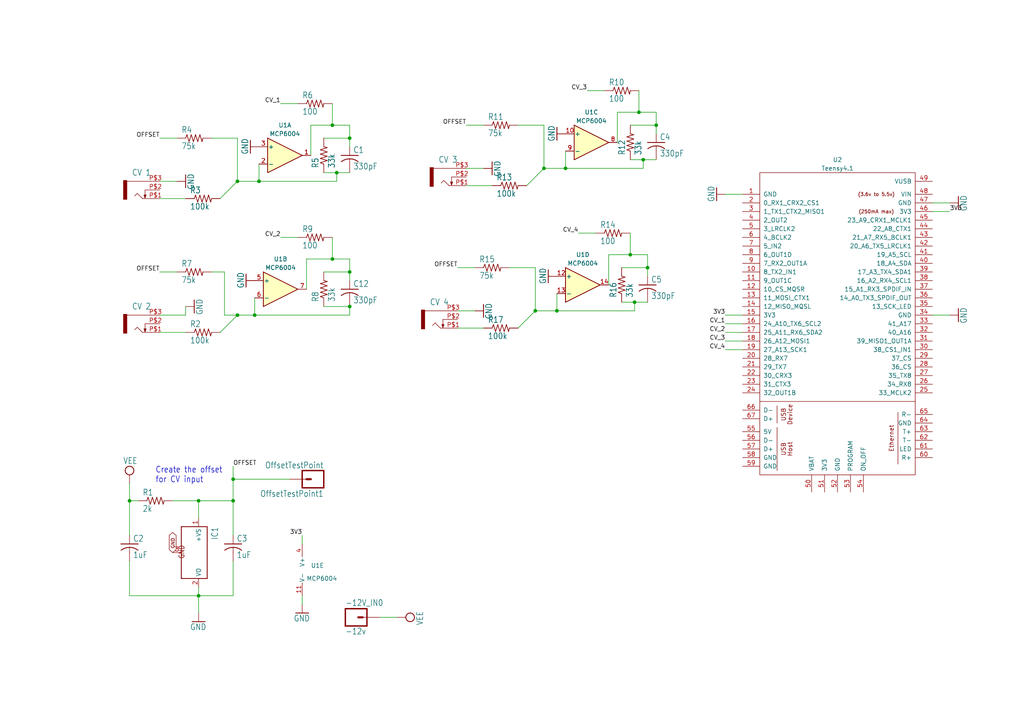
<source format=kicad_sch>
(kicad_sch (version 20230121) (generator eeschema)
  (paper "User" 301.269 210.007)
  (lib_symbols
    (symbol "Amplifier_Operational:MCP6004" (pin_names (offset 0.127))
      (property "Reference" "U" (at 0 5.08 0))
      (property "Value" "MCP6004" (at 0 -5.08 0))
      (symbol "MCP6004_1_1"
        (polyline (pts (xy -5.08 5.08) (xy 5.08 0) (xy -5.08 -5.08) (xy -5.08 5.08)) (stroke (width 0.254)) (fill (type background)))
        (pin output line (at 7.62 0 180) (length 2.54) (name "~") (number "1"))
        (pin input line (at -7.62 -2.54 0) (length 2.54) (name "-") (number "2"))
        (pin input line (at -7.62 2.54 0) (length 2.54) (name "+") (number "3"))
      )
      (symbol "MCP6004_2_1"
        (polyline (pts (xy -5.08 5.08) (xy 5.08 0) (xy -5.08 -5.08) (xy -5.08 5.08)) (stroke (width 0.254)) (fill (type background)))
        (pin input line (at -7.62 2.54 0) (length 2.54) (name "+") (number "5"))
        (pin input line (at -7.62 -2.54 0) (length 2.54) (name "-") (number "6"))
        (pin output line (at 7.62 0 180) (length 2.54) (name "~") (number "7"))
      )
      (symbol "MCP6004_3_1"
        (polyline (pts (xy -5.08 5.08) (xy 5.08 0) (xy -5.08 -5.08) (xy -5.08 5.08)) (stroke (width 0.254)) (fill (type background)))
        (pin input line (at -7.62 2.54 0) (length 2.54) (name "+") (number "10"))
        (pin output line (at 7.62 0 180) (length 2.54) (name "~") (number "8"))
        (pin input line (at -7.62 -2.54 0) (length 2.54) (name "-") (number "9"))
      )
      (symbol "MCP6004_4_1"
        (polyline (pts (xy -5.08 5.08) (xy 5.08 0) (xy -5.08 -5.08) (xy -5.08 5.08)) (stroke (width 0.254)) (fill (type background)))
        (pin input line (at -7.62 2.54 0) (length 2.54) (name "+") (number "12"))
        (pin input line (at -7.62 -2.54 0) (length 2.54) (name "-") (number "13"))
        (pin output line (at 7.62 0 180) (length 2.54) (name "~") (number "14"))
      )
      (symbol "MCP6004_5_1"
        (pin power_in line (at -2.54 -7.62 90) (length 3.81) (name "V-") (number "11"))
        (pin power_in line (at -2.54 7.62 270) (length 3.81) (name "V+") (number "4"))
      )
    )
    (symbol "Euro Power CV Shield-eagle-import:C-USC0805"
      (property "Reference" "C" (at 1.016 0.635 0))
      (symbol "C-USC0805_1_0"
        (arc (start 0 -1.0161) (mid -1.302 -1.2303) (end -2.4668 -1.8504) (stroke (width 0.254)))
        (polyline (pts (xy -2.54 0) (xy 2.54 0)) (stroke (width 0.254)))
        (polyline (pts (xy 0 -1.016) (xy 0 -2.54)) (stroke (width 0.1524)))
        (arc (start 2.4892 -1.8541) (mid 1.3158 -1.2194) (end 0 -1) (stroke (width 0.254)))
        (pin passive line (at 0 2.54 270) (length 2.54) (name "1") (number "1"))
        (pin passive line (at 0 -5.08 90) (length 2.54) (name "2") (number "2"))
      )
    )
    (symbol "Euro Power CV Shield-eagle-import:GND" (power)
      (property "Value" "GND" (at -2.54 -2.54 0))
      (symbol "GND_1_0"
        (polyline (pts (xy -1.905 0) (xy 1.905 0)) (stroke (width 0.254)))
        (pin power_in line (at 0 2.54 270) (length 2.54) (name "GND") (number "1"))
      )
    )
    (symbol "Euro Power CV Shield-eagle-import:LM50"
      (property "Reference" "IC" (at -7.62 3.81 0))
      (symbol "LM50_1_0"
        (polyline (pts (xy -7.62 -5.08) (xy -7.62 2.54)) (stroke (width 0.254)))
        (polyline (pts (xy -7.62 2.54) (xy 7.62 2.54)) (stroke (width 0.254)))
        (polyline (pts (xy 7.62 -5.08) (xy -7.62 -5.08)) (stroke (width 0.254)))
        (polyline (pts (xy 7.62 2.54) (xy 7.62 -5.08)) (stroke (width 0.254)))
        (text "GND" (at -2.286 -4.064 0) (effects (font (size 1.524 1.2954)) (justify left bottom)))
        (pin input line (at -10.16 0 0) (length 2.54) (name "+VS") (number "1"))
        (pin input line (at 10.16 0 180) (length 2.54) (name "VO") (number "2"))
        (pin power_in line (at 0 -7.62 90) (length 2.54) (name "GND") (number "3"))
      )
    )
    (symbol "Euro Power CV Shield-eagle-import:M01PTH"
      (property "Reference" "JP" (at -2.54 3.302 0))
      (symbol "M01PTH_1_0"
        (polyline (pts (xy -2.54 2.54) (xy -2.54 -2.54)) (stroke (width 0.4064)))
        (polyline (pts (xy -2.54 2.54) (xy 3.81 2.54)) (stroke (width 0.4064)))
        (polyline (pts (xy 1.27 0) (xy 2.54 0)) (stroke (width 0.6096)))
        (polyline (pts (xy 3.81 -2.54) (xy -2.54 -2.54)) (stroke (width 0.4064)))
        (polyline (pts (xy 3.81 -2.54) (xy 3.81 2.54)) (stroke (width 0.4064)))
        (pin passive line (at 7.62 0 180) (length 5.08) (name "1") (number "1"))
      )
    )
    (symbol "Euro Power CV Shield-eagle-import:R-US_R0805"
      (property "Reference" "R" (at -3.81 1.4986 0))
      (symbol "R-US_R0805_1_0"
        (polyline (pts (xy -2.54 0) (xy -2.159 1.016)) (stroke (width 0.2032)))
        (polyline (pts (xy -2.159 1.016) (xy -1.524 -1.016)) (stroke (width 0.2032)))
        (polyline (pts (xy -1.524 -1.016) (xy -0.889 1.016)) (stroke (width 0.2032)))
        (polyline (pts (xy -0.889 1.016) (xy -0.254 -1.016)) (stroke (width 0.2032)))
        (polyline (pts (xy -0.254 -1.016) (xy 0.381 1.016)) (stroke (width 0.2032)))
        (polyline (pts (xy 0.381 1.016) (xy 1.016 -1.016)) (stroke (width 0.2032)))
        (polyline (pts (xy 1.016 -1.016) (xy 1.651 1.016)) (stroke (width 0.2032)))
        (polyline (pts (xy 1.651 1.016) (xy 2.286 -1.016)) (stroke (width 0.2032)))
        (polyline (pts (xy 2.286 -1.016) (xy 2.54 0)) (stroke (width 0.2032)))
        (pin passive line (at -5.08 0 0) (length 2.54) (name "1") (number "1"))
        (pin passive line (at 5.08 0 180) (length 2.54) (name "2") (number "2"))
      )
    )
    (symbol "Euro Power CV Shield-eagle-import:VEE" (power)
      (property "Value" "VEE" (at -1.905 3.175 0))
      (symbol "VEE_1_0"
        (circle (center 0 1.27) (radius 1.27) (stroke (width 0.254)))
        (pin power_in line (at 0 -2.54 90) (length 2.54) (name "VEE") (number "1"))
      )
    )
    (symbol "Euro Power CV Shield-eagle-import:WQP-PJ301M-12_JACK"
      (symbol "WQP-PJ301M-12_JACK_1_0"
        (polyline (pts (xy -2.54 -2.54) (xy 4.572 -2.54)) (stroke (width 0.1524)))
        (polyline (pts (xy -2.54 0) (xy -0.762 0)) (stroke (width 0.1524)))
        (polyline (pts (xy -2.54 2.54) (xy 0 2.54)) (stroke (width 0.1524)))
        (polyline (pts (xy -1.016 1.524) (xy -0.508 1.524)) (stroke (width 0.254)))
        (polyline (pts (xy -0.762 0) (xy -0.762 2.286)) (stroke (width 0.1524)))
        (polyline (pts (xy -0.762 2.286) (xy -1.016 1.524)) (stroke (width 0.254)))
        (polyline (pts (xy -0.508 1.524) (xy -0.762 2.286)) (stroke (width 0.254)))
        (polyline (pts (xy 0 2.54) (xy 1.524 1.016)) (stroke (width 0.1524)))
        (polyline (pts (xy 1.524 1.016) (xy 2.286 1.778)) (stroke (width 0.1524)))
        (rectangle (start 4.572 2.794) (end 5.588 -2.794) (fill (type outline)))
        (pin passive line (at -5.08 2.54 0) (length 2.54) (name "2") (number "P$1"))
        (pin passive line (at -5.08 0 0) (length 2.54) (name "3") (number "P$2"))
        (pin passive line (at -5.08 -2.54 0) (length 2.54) (name "1") (number "P$3"))
      )
    )
    (symbol "teensy:Teensy4.1" (pin_names (offset 1.016))
      (property "Reference" "U" (at 0 64.77 0))
      (property "Value" "Teensy4.1" (at 0 62.23 0))
      (symbol "Teensy4.1_0_0"
        (polyline (pts (xy -22.86 -6.35) (xy 22.86 -6.35)))
        (polyline (pts (xy -17.78 -26.67) (xy -17.78 -13.97)))
        (polyline (pts (xy -17.78 -7.62) (xy -17.78 -12.7)))
        (polyline (pts (xy 17.78 -9.525) (xy 17.78 -24.765)))
        (text "(250mA max)" (at 11.43 49.53 0) (effects (font (size 1.016 1.016))))
        (text "(3.6v to 5.5v)" (at 11.43 54.61 0) (effects (font (size 1.016 1.016))))
        (text "Device" (at -13.97 -10.16 900) (effects (font (size 1.27 1.27))))
        (text "Ethernet" (at 15.875 -17.145 900) (effects (font (size 1.27 1.27))))
        (text "Host" (at -13.97 -20.32 900) (effects (font (size 1.27 1.27))))
        (text "USB" (at -15.875 -20.32 900) (effects (font (size 1.27 1.27))))
        (text "USB" (at -15.875 -10.16 900) (effects (font (size 1.27 1.27))))
        (pin bidirectional line (at -27.94 31.75 0) (length 5.08) (name "8_TX2_IN1") (number "10"))
        (pin bidirectional line (at -27.94 29.21 0) (length 5.08) (name "9_OUT1C") (number "11"))
        (pin bidirectional line (at -27.94 26.67 0) (length 5.08) (name "10_CS_MQSR") (number "12"))
        (pin bidirectional line (at -27.94 24.13 0) (length 5.08) (name "11_MOSI_CTX1") (number "13"))
        (pin bidirectional line (at -27.94 21.59 0) (length 5.08) (name "12_MISO_MQSL") (number "14"))
        (pin power_in line (at -27.94 19.05 0) (length 5.08) (name "3V3") (number "15"))
        (pin bidirectional line (at -27.94 16.51 0) (length 5.08) (name "24_A10_TX6_SCL2") (number "16"))
        (pin bidirectional line (at -27.94 13.97 0) (length 5.08) (name "25_A11_RX6_SDA2") (number "17"))
        (pin bidirectional line (at -27.94 11.43 0) (length 5.08) (name "26_A12_MOSI1") (number "18"))
        (pin bidirectional line (at -27.94 8.89 0) (length 5.08) (name "27_A13_SCK1") (number "19"))
        (pin bidirectional line (at -27.94 6.35 0) (length 5.08) (name "28_RX7") (number "20"))
        (pin bidirectional line (at -27.94 3.81 0) (length 5.08) (name "29_TX7") (number "21"))
        (pin bidirectional line (at -27.94 1.27 0) (length 5.08) (name "30_CRX3") (number "22"))
        (pin bidirectional line (at -27.94 -1.27 0) (length 5.08) (name "31_CTX3") (number "23"))
        (pin bidirectional line (at -27.94 -3.81 0) (length 5.08) (name "32_OUT1B") (number "24"))
        (pin bidirectional line (at 27.94 -3.81 180) (length 5.08) (name "33_MCLK2") (number "25"))
        (pin bidirectional line (at 27.94 -1.27 180) (length 5.08) (name "34_RX8") (number "26"))
        (pin bidirectional line (at 27.94 1.27 180) (length 5.08) (name "35_TX8") (number "27"))
        (pin bidirectional line (at 27.94 3.81 180) (length 5.08) (name "36_CS") (number "28"))
        (pin bidirectional line (at 27.94 6.35 180) (length 5.08) (name "37_CS") (number "29"))
        (pin bidirectional line (at 27.94 8.89 180) (length 5.08) (name "38_CS1_IN1") (number "30"))
        (pin bidirectional line (at 27.94 11.43 180) (length 5.08) (name "39_MISO1_OUT1A") (number "31"))
        (pin bidirectional line (at 27.94 13.97 180) (length 5.08) (name "40_A16") (number "32"))
        (pin bidirectional line (at 27.94 16.51 180) (length 5.08) (name "41_A17") (number "33"))
        (pin bidirectional line (at 27.94 21.59 180) (length 5.08) (name "13_SCK_LED") (number "35"))
        (pin bidirectional line (at 27.94 24.13 180) (length 5.08) (name "14_A0_TX3_SPDIF_OUT") (number "36"))
        (pin bidirectional line (at 27.94 26.67 180) (length 5.08) (name "15_A1_RX3_SPDIF_IN") (number "37"))
        (pin bidirectional line (at 27.94 29.21 180) (length 5.08) (name "16_A2_RX4_SCL1") (number "38"))
        (pin bidirectional line (at 27.94 31.75 180) (length 5.08) (name "17_A3_TX4_SDA1") (number "39"))
        (pin bidirectional line (at 27.94 34.29 180) (length 5.08) (name "18_A4_SDA") (number "40"))
        (pin bidirectional line (at 27.94 36.83 180) (length 5.08) (name "19_A5_SCL") (number "41"))
        (pin bidirectional line (at 27.94 39.37 180) (length 5.08) (name "20_A6_TX5_LRCLK1") (number "42"))
        (pin bidirectional line (at 27.94 41.91 180) (length 5.08) (name "21_A7_RX5_BCLK1") (number "43"))
        (pin bidirectional line (at 27.94 44.45 180) (length 5.08) (name "22_A8_CTX1") (number "44"))
        (pin bidirectional line (at 27.94 46.99 180) (length 5.08) (name "23_A9_CRX1_MCLK1") (number "45"))
        (pin output line (at 27.94 49.53 180) (length 5.08) (name "3V3") (number "46"))
        (pin output line (at 27.94 52.07 180) (length 5.08) (name "GND") (number "47"))
        (pin power_in line (at 27.94 54.61 180) (length 5.08) (name "VIN") (number "48"))
        (pin power_out line (at 27.94 58.42 180) (length 5.08) (name "VUSB") (number "49"))
        (pin bidirectional line (at -27.94 44.45 0) (length 5.08) (name "3_LRCLK2") (number "5"))
        (pin power_in line (at -7.62 -33.02 90) (length 5.08) (name "VBAT") (number "50"))
        (pin power_in line (at -3.81 -33.02 90) (length 5.08) (name "3V3") (number "51"))
        (pin input line (at 0 -33.02 90) (length 5.08) (name "GND") (number "52"))
        (pin input line (at 3.81 -33.02 90) (length 5.08) (name "PROGRAM") (number "53"))
        (pin input line (at 7.62 -33.02 90) (length 5.08) (name "ON_OFF") (number "54"))
        (pin power_out line (at -27.94 -15.24 0) (length 5.08) (name "5V") (number "55"))
        (pin bidirectional line (at -27.94 -17.78 0) (length 5.08) (name "D-") (number "56"))
        (pin bidirectional line (at -27.94 -20.32 0) (length 5.08) (name "D+") (number "57"))
        (pin power_in line (at -27.94 -22.86 0) (length 5.08) (name "GND") (number "58"))
        (pin power_in line (at -27.94 -25.4 0) (length 5.08) (name "GND") (number "59"))
        (pin bidirectional line (at -27.94 41.91 0) (length 5.08) (name "4_BCLK2") (number "6"))
        (pin bidirectional line (at 27.94 -22.86 180) (length 5.08) (name "R+") (number "60"))
        (pin bidirectional line (at 27.94 -20.32 180) (length 5.08) (name "LED") (number "61"))
        (pin bidirectional line (at 27.94 -17.78 180) (length 5.08) (name "T-") (number "62"))
        (pin bidirectional line (at 27.94 -15.24 180) (length 5.08) (name "T+") (number "63"))
        (pin power_in line (at 27.94 -12.7 180) (length 5.08) (name "GND") (number "64"))
        (pin bidirectional line (at 27.94 -10.16 180) (length 5.08) (name "R-") (number "65"))
        (pin bidirectional line (at -27.94 -8.89 0) (length 5.08) (name "D-") (number "66"))
        (pin bidirectional line (at -27.94 -11.43 0) (length 5.08) (name "D+") (number "67"))
        (pin bidirectional line (at -27.94 39.37 0) (length 5.08) (name "5_IN2") (number "7"))
        (pin bidirectional line (at -27.94 36.83 0) (length 5.08) (name "6_OUT1D") (number "8"))
        (pin bidirectional line (at -27.94 34.29 0) (length 5.08) (name "7_RX2_OUT1A") (number "9"))
      )
      (symbol "Teensy4.1_0_1"
        (rectangle (start -22.86 60.96) (end 22.86 -27.94))
        (rectangle (start -20.32 -1.27) (end -20.32 -1.27))
      )
      (symbol "Teensy4.1_1_1"
        (pin power_in line (at -27.94 54.61 0) (length 5.08) (name "GND") (number "1"))
        (pin bidirectional line (at -27.94 52.07 0) (length 5.08) (name "0_RX1_CRX2_CS1") (number "2"))
        (pin bidirectional line (at -27.94 49.53 0) (length 5.08) (name "1_TX1_CTX2_MISO1") (number "3"))
        (pin power_in line (at 27.94 19.05 180) (length 5.08) (name "GND") (number "34"))
        (pin bidirectional line (at -27.94 46.99 0) (length 5.08) (name "2_OUT2") (number "4"))
      )
    )
  )
  (junction (at 163.83 91.44))
  (junction (at 68.58 147.32))
  (junction (at 102.87 90.17))
  (junction (at 193.04 36.83))
  (junction (at 74.93 92.71))
  (junction (at 190.5 78.74))
  (junction (at 97.79 76.2))
  (junction (at 69.85 92.71))
  (junction (at 97.79 36.83))
  (junction (at 58.42 147.32))
  (junction (at 102.87 80.01))
  (junction (at 185.42 74.93))
  (junction (at 166.37 49.53))
  (junction (at 157.48 91.44))
  (junction (at 76.2 53.34))
  (junction (at 68.58 140.97))
  (junction (at 189.23 46.99))
  (junction (at 38.1 147.32))
  (junction (at 99.06 50.8))
  (junction (at 186.69 88.9))
  (junction (at 58.42 175.26))
  (junction (at 187.96 33.02))
  (junction (at 102.87 40.64))
  (junction (at 160.02 49.53))
  (junction (at 69.85 53.34))
  (wire (pts (xy 157.48 91.44) (xy 163.83 91.44)))
  (wire (pts (xy 87.63 69.85) (xy 82.55 69.85)) (stroke (width 0.1524)))
  (wire (pts (xy 95.25 40.64) (xy 102.87 40.64)) (stroke (width 0.1524)))
  (wire (pts (xy 46.99 58.42) (xy 54.61 58.42)) (stroke (width 0.1524)))
  (wire (pts (xy 38.1 157.48) (xy 38.1 147.32)) (stroke (width 0.1524)))
  (wire (pts (xy 139.7 78.74) (xy 134.62 78.74)) (stroke (width 0.1524)))
  (wire (pts (xy 154.94 54.61) (xy 160.02 49.53)) (stroke (width 0.1524)))
  (wire (pts (xy 90.17 76.2) (xy 97.79 76.2)))
  (wire (pts (xy 160.02 36.83) (xy 152.4 36.83)) (stroke (width 0.1524)))
  (wire (pts (xy 66.04 92.71) (xy 66.04 80.01)) (stroke (width 0.1524)))
  (wire (pts (xy 58.42 175.26) (xy 68.58 175.26)) (stroke (width 0.1524)))
  (wire (pts (xy 58.42 175.26) (xy 58.42 180.34)) (stroke (width 0.1524)))
  (wire (pts (xy 218.44 97.79) (xy 213.36 97.79)) (stroke (width 0.1524)))
  (wire (pts (xy 190.5 74.93) (xy 190.5 78.74)))
  (wire (pts (xy 69.85 92.71) (xy 74.93 92.71)) (stroke (width 0.1524)))
  (wire (pts (xy 97.79 36.83) (xy 102.87 36.83)))
  (wire (pts (xy 68.58 175.26) (xy 68.58 165.1)) (stroke (width 0.1524)))
  (wire (pts (xy 68.58 147.32) (xy 68.58 140.97)) (stroke (width 0.1524)))
  (wire (pts (xy 54.61 92.71) (xy 54.61 90.17)) (stroke (width 0.1524)))
  (wire (pts (xy 74.93 92.71) (xy 102.87 92.71)) (stroke (width 0.1524)))
  (wire (pts (xy 46.99 97.79) (xy 54.61 97.79)) (stroke (width 0.1524)))
  (wire (pts (xy 157.48 78.74) (xy 149.86 78.74)) (stroke (width 0.1524)))
  (wire (pts (xy 274.32 92.71) (xy 279.4 92.71)) (stroke (width 0.1524)))
  (wire (pts (xy 185.42 68.58) (xy 185.42 74.93)))
  (wire (pts (xy 68.58 157.48) (xy 68.58 147.32)) (stroke (width 0.1524)))
  (wire (pts (xy 76.2 48.26) (xy 76.2 53.34)))
  (wire (pts (xy 99.06 50.8) (xy 102.87 50.8)) (stroke (width 0.1524)))
  (wire (pts (xy 179.07 83.82) (xy 179.07 74.93)))
  (wire (pts (xy 193.04 33.02) (xy 193.04 36.83)))
  (wire (pts (xy 85.09 140.97) (xy 68.58 140.97)))
  (wire (pts (xy 187.96 26.67) (xy 187.96 33.02)))
  (wire (pts (xy 95.25 90.17) (xy 102.87 90.17)) (stroke (width 0.1524)))
  (wire (pts (xy 111.76 181.61) (xy 116.84 181.61)) (stroke (width 0.1524)))
  (wire (pts (xy 274.32 62.23) (xy 279.4 62.23)) (stroke (width 0.1524)))
  (wire (pts (xy 97.79 69.85) (xy 97.79 76.2)))
  (wire (pts (xy 134.62 91.44) (xy 139.7 91.44)) (stroke (width 0.1524)))
  (wire (pts (xy 175.26 68.58) (xy 170.18 68.58)) (stroke (width 0.1524)))
  (wire (pts (xy 181.61 41.91) (xy 181.61 33.02)))
  (wire (pts (xy 179.07 74.93) (xy 185.42 74.93)))
  (wire (pts (xy 68.58 140.97) (xy 68.58 137.16)) (stroke (width 0.1524)))
  (wire (pts (xy 102.87 92.71) (xy 102.87 90.17)) (stroke (width 0.1524)))
  (wire (pts (xy 95.25 80.01) (xy 102.87 80.01)) (stroke (width 0.1524)))
  (wire (pts (xy 274.32 59.69) (xy 279.4 59.69)) (stroke (width 0.1524)))
  (wire (pts (xy 166.37 49.53) (xy 189.23 49.53)))
  (wire (pts (xy 99.06 53.34) (xy 99.06 50.8)))
  (wire (pts (xy 187.96 33.02) (xy 193.04 33.02)))
  (wire (pts (xy 152.4 96.52) (xy 157.48 91.44)) (stroke (width 0.1524)))
  (wire (pts (xy 66.04 80.01) (xy 62.23 80.01)) (stroke (width 0.1524)))
  (wire (pts (xy 157.48 91.44) (xy 157.48 78.74)) (stroke (width 0.1524)))
  (wire (pts (xy 69.85 53.34) (xy 69.85 40.64)) (stroke (width 0.1524)))
  (wire (pts (xy 38.1 175.26) (xy 58.42 175.26)) (stroke (width 0.1524)))
  (wire (pts (xy 97.79 30.48) (xy 97.79 36.83)))
  (wire (pts (xy 91.44 45.72) (xy 91.44 36.83)))
  (wire (pts (xy 52.07 80.01) (xy 46.99 80.01)) (stroke (width 0.1524)))
  (wire (pts (xy 68.58 147.32) (xy 58.42 147.32)) (stroke (width 0.1524)))
  (wire (pts (xy 58.42 175.26) (xy 58.42 172.72)) (stroke (width 0.1524)))
  (wire (pts (xy 90.17 85.09) (xy 90.17 76.2)))
  (wire (pts (xy 166.37 44.45) (xy 166.37 49.53)))
  (wire (pts (xy 102.87 40.64) (xy 102.87 43.18)))
  (wire (pts (xy 38.1 165.1) (xy 38.1 175.26)) (stroke (width 0.1524)))
  (wire (pts (xy 38.1 147.32) (xy 40.64 147.32)) (stroke (width 0.1524)))
  (wire (pts (xy 69.85 53.34) (xy 76.2 53.34)))
  (wire (pts (xy 185.42 74.93) (xy 190.5 74.93)))
  (wire (pts (xy 190.5 78.74) (xy 190.5 81.28)))
  (wire (pts (xy 218.44 100.33) (xy 213.36 100.33)) (stroke (width 0.1524)))
  (wire (pts (xy 189.23 49.53) (xy 189.23 46.99)))
  (wire (pts (xy 189.23 46.99) (xy 193.04 46.99)) (stroke (width 0.1524)))
  (wire (pts (xy 66.04 92.71) (xy 69.85 92.71)) (stroke (width 0.1524)))
  (wire (pts (xy 160.02 49.53) (xy 160.02 36.83)) (stroke (width 0.1524)))
  (wire (pts (xy 181.61 33.02) (xy 187.96 33.02)))
  (wire (pts (xy 58.42 152.4) (xy 58.42 147.32)) (stroke (width 0.1524)))
  (wire (pts (xy 185.42 36.83) (xy 193.04 36.83)) (stroke (width 0.1524)))
  (wire (pts (xy 185.42 46.99) (xy 189.23 46.99)) (stroke (width 0.1524)))
  (wire (pts (xy 76.2 53.34) (xy 99.06 53.34)))
  (wire (pts (xy 163.83 91.44) (xy 186.69 91.44)))
  (wire (pts (xy 74.93 87.63) (xy 74.93 92.71)))
  (wire (pts (xy 186.69 88.9) (xy 190.5 88.9)) (stroke (width 0.1524)))
  (wire (pts (xy 69.85 40.64) (xy 62.23 40.64)) (stroke (width 0.1524)))
  (wire (pts (xy 97.79 76.2) (xy 102.87 76.2)))
  (wire (pts (xy 177.8 26.67) (xy 172.72 26.67)) (stroke (width 0.1524)))
  (wire (pts (xy 52.07 40.64) (xy 46.99 40.64)) (stroke (width 0.1524)))
  (wire (pts (xy 64.77 97.79) (xy 69.85 92.71)) (stroke (width 0.1524)))
  (wire (pts (xy 218.44 95.25) (xy 213.36 95.25)) (stroke (width 0.1524)))
  (wire (pts (xy 88.9 157.48) (xy 88.9 160.02)))
  (wire (pts (xy 38.1 147.32) (xy 38.1 142.24)) (stroke (width 0.1524)))
  (wire (pts (xy 64.77 58.42) (xy 69.85 53.34)) (stroke (width 0.1524)))
  (wire (pts (xy 218.44 57.15) (xy 213.36 57.15)) (stroke (width 0.1524)))
  (wire (pts (xy 218.44 102.87) (xy 213.36 102.87)))
  (wire (pts (xy 102.87 80.01) (xy 102.87 82.55)))
  (wire (pts (xy 193.04 36.83) (xy 193.04 39.37)))
  (wire (pts (xy 87.63 30.48) (xy 82.55 30.48)) (stroke (width 0.1524)))
  (wire (pts (xy 134.62 96.52) (xy 142.24 96.52)) (stroke (width 0.1524)))
  (wire (pts (xy 186.69 91.44) (xy 186.69 88.9)))
  (wire (pts (xy 88.9 177.8) (xy 88.9 175.26)))
  (wire (pts (xy 163.83 86.36) (xy 163.83 91.44)))
  (wire (pts (xy 182.88 88.9) (xy 186.69 88.9)) (stroke (width 0.1524)))
  (wire (pts (xy 182.88 78.74) (xy 190.5 78.74)) (stroke (width 0.1524)))
  (wire (pts (xy 218.44 92.71) (xy 213.36 92.71)) (stroke (width 0.1524)))
  (wire (pts (xy 142.24 36.83) (xy 137.16 36.83)) (stroke (width 0.1524)))
  (wire (pts (xy 137.16 54.61) (xy 144.78 54.61)) (stroke (width 0.1524)))
  (wire (pts (xy 137.16 49.53) (xy 142.24 49.53)) (stroke (width 0.1524)))
  (wire (pts (xy 102.87 76.2) (xy 102.87 80.01)))
  (wire (pts (xy 46.99 92.71) (xy 54.61 92.71)) (stroke (width 0.1524)))
  (wire (pts (xy 95.25 50.8) (xy 99.06 50.8)) (stroke (width 0.1524)))
  (wire (pts (xy 46.99 53.34) (xy 52.07 53.34)) (stroke (width 0.1524)))
  (wire (pts (xy 91.44 36.83) (xy 97.79 36.83)))
  (wire (pts (xy 102.87 36.83) (xy 102.87 40.64)))
  (wire (pts (xy 58.42 147.32) (xy 50.8 147.32)) (stroke (width 0.1524)))
  (wire (pts (xy 160.02 49.53) (xy 166.37 49.53)))
  (text "Create the offset\nfor CV input" (at 45.72 142.24 0) (effects (font (size 1.778 1.5113)) (justify left bottom)))
  (label "CV_2" (at 213.36 97.79 180) (effects (font (size 1.2446 1.2446))))
  (label "3V3" (at 88.9 157.48 180) (effects (font (size 1.2446 1.2446))))
  (label "3V3" (at 279.4 62.23 0) (effects (font (size 1.2446 1.2446))))
  (label "OFFSET" (at 46.99 80.01 180) (effects (font (size 1.2446 1.2446))))
  (label "CV_3" (at 172.72 26.67 180) (effects (font (size 1.2446 1.2446))))
  (label "OFFSET" (at 68.58 137.16 0) (effects (font (size 1.2446 1.2446))))
  (label "CV_1" (at 213.36 95.25 180) (effects (font (size 1.2446 1.2446))))
  (label "CV_2" (at 82.55 69.85 180) (effects (font (size 1.2446 1.2446))))
  (label "CV_4" (at 170.18 68.58 180) (effects (font (size 1.2446 1.2446))))
  (label "OFFSET" (at 137.16 36.83 180) (effects (font (size 1.2446 1.2446))))
  (label "CV_1" (at 82.55 30.48 180) (effects (font (size 1.2446 1.2446))))
  (label "CV_4" (at 213.36 102.87 180) (effects (font (size 1.2446 1.2446))))
  (label "OFFSET" (at 134.62 78.74 180) (effects (font (size 1.2446 1.2446))))
  (label "3V3" (at 213.36 92.71 180) (effects (font (size 1.2446 1.2446))))
  (label "CV_3" (at 213.36 100.33 180) (effects (font (size 1.2446 1.2446))))
  (label "OFFSET" (at 46.99 40.64 180) (effects (font (size 1.2446 1.2446))))
  (global_label "GND" (shape bidirectional) (at 50.8 162.56 90) (effects (font (size 1.016 1.016))) (property "Intersheetrefs" "${INTERSHEET_REFS}" (effects hide)))
  (symbol (lib_id "Amplifier_Operational:MCP6004") (at 83.82 45.72 0) (unit 1)
    (property "Reference" "U1" (at 83.82 36.83 0))
    (property "Value" "MCP6004" (at 83.82 39.37 0))
    (property "Footprint" "PCM_4ms_Package_DIP:DIP-14_W7.62mm" (effects hide))
    (property "Datasheet" "http://ww1.microchip.com/downloads/en/DeviceDoc/21733j.pdf" (effects hide))
  )
  (symbol (lib_id "Euro Power CV Shield-eagle-import:M01PTH") (at 104.14 181.61 0) (unit 1)
    (property "Reference" "-12V_IN0" (at 101.6 178.308 0) (effects (font (size 1.778 1.5113)) (justify left bottom)))
    (property "Value" "-12v" (at 101.6 186.69 0) (effects (font (size 1.778 1.5113)) (justify left bottom)))
    (property "Footprint" "Euro Power CV Shield:1X01" (effects hide))
  )
  (symbol (lib_id "Euro Power CV Shield-eagle-import:R-US_R0805") (at 182.88 26.67 0) (unit 1)
    (property "Reference" "R10" (at 179.07 25.1714 0) (effects (font (size 1.778 1.5113)) (justify left bottom)))
    (property "Value" "100" (at 179.07 29.972 0) (effects (font (size 1.778 1.5113)) (justify left bottom)))
    (property "Footprint" "Euro Power CV Shield:R0805" (effects hide))
  )
  (symbol (lib_id "Euro Power CV Shield-eagle-import:C-USC0805") (at 38.1 160.02 0) (unit 1)
    (property "Reference" "C2" (at 39.116 159.385 0) (effects (font (size 1.778 1.5113)) (justify left bottom)))
    (property "Value" "1uF" (at 39.116 164.211 0) (effects (font (size 1.778 1.5113)) (justify left bottom)))
    (property "Footprint" "Euro Power CV Shield:C0805" (effects hide))
  )
  (symbol (lib_id "Euro Power CV Shield-eagle-import:R-US_R0805") (at 92.71 69.85 0) (unit 1)
    (property "Reference" "R9" (at 88.9 68.3514 0) (effects (font (size 1.778 1.5113)) (justify left bottom)))
    (property "Value" "100" (at 88.9 73.152 0) (effects (font (size 1.778 1.5113)) (justify left bottom)))
    (property "Footprint" "Euro Power CV Shield:R0805" (effects hide))
  )
  (symbol (lib_id "Euro Power CV Shield-eagle-import:R-US_R0805") (at 185.42 41.91 90) (unit 1)
    (property "Reference" "R12" (at 183.9214 45.72 0) (effects (font (size 1.778 1.5113)) (justify left bottom)))
    (property "Value" "33k" (at 188.722 45.72 0) (effects (font (size 1.778 1.5113)) (justify left bottom)))
    (property "Footprint" "Euro Power CV Shield:R0805" (effects hide))
  )
  (symbol (lib_id "Euro Power CV Shield-eagle-import:R-US_R0805") (at 149.86 54.61 0) (unit 1)
    (property "Reference" "R13" (at 146.05 53.1114 0) (effects (font (size 1.778 1.5113)) (justify left bottom)))
    (property "Value" "100k" (at 146.05 57.912 0) (effects (font (size 1.778 1.5113)) (justify left bottom)))
    (property "Footprint" "Euro Power CV Shield:R0805" (effects hide))
  )
  (symbol (lib_id "Euro Power CV Shield-eagle-import:R-US_R0805") (at 95.25 45.72 90) (unit 1)
    (property "Reference" "R5" (at 93.7514 49.53 0) (effects (font (size 1.778 1.5113)) (justify left bottom)))
    (property "Value" "33k" (at 98.552 49.53 0) (effects (font (size 1.778 1.5113)) (justify left bottom)))
    (property "Footprint" "Euro Power CV Shield:R0805" (effects hide))
  )
  (symbol (lib_id "Euro Power CV Shield-eagle-import:GND") (at 281.94 59.69 90) (unit 1)
    (property "Reference" "#GND03" (effects hide))
    (property "Value" "GND" (at 284.48 62.23 0) (effects (font (size 1.778 1.5113)) (justify left bottom)))
  )
  (symbol (lib_id "Euro Power CV Shield-eagle-import:C-USC0805") (at 193.04 41.91 0) (unit 1)
    (property "Reference" "C4" (at 194.056 41.275 0) (effects (font (size 1.778 1.5113)) (justify left bottom)))
    (property "Value" "330pF" (at 194.056 46.101 0) (effects (font (size 1.778 1.5113)) (justify left bottom)))
    (property "Footprint" "Euro Power CV Shield:C0805" (effects hide))
  )
  (symbol (lib_id "Euro Power CV Shield-eagle-import:R-US_R0805") (at 57.15 80.01 0) (unit 1)
    (property "Reference" "R7" (at 53.34 78.5114 0) (effects (font (size 1.778 1.5113)) (justify left bottom)))
    (property "Value" "75k" (at 53.34 83.312 0) (effects (font (size 1.778 1.5113)) (justify left bottom)))
    (property "Footprint" "Euro Power CV Shield:R0805" (effects hide))
  )
  (symbol (lib_id "Euro Power CV Shield-eagle-import:R-US_R0805") (at 92.71 30.48 0) (unit 1)
    (property "Reference" "R6" (at 88.9 28.9814 0) (effects (font (size 1.778 1.5113)) (justify left bottom)))
    (property "Value" "100" (at 88.9 33.782 0) (effects (font (size 1.778 1.5113)) (justify left bottom)))
    (property "Footprint" "Euro Power CV Shield:R0805" (effects hide))
  )
  (symbol (lib_id "Euro Power CV Shield-eagle-import:VEE") (at 38.1 139.7 0) (unit 1)
    (property "Reference" "#SUPPLY01" (effects hide))
    (property "Value" "VEE" (at 36.195 136.525 0) (effects (font (size 1.778 1.5113)) (justify left bottom)))
  )
  (symbol (lib_id "Euro Power CV Shield-eagle-import:R-US_R0805") (at 182.88 83.82 90) (unit 1)
    (property "Reference" "R16" (at 181.3814 87.63 0) (effects (font (size 1.778 1.5113)) (justify left bottom)))
    (property "Value" "33k" (at 186.182 87.63 0) (effects (font (size 1.778 1.5113)) (justify left bottom)))
    (property "Footprint" "Euro Power CV Shield:R0805" (effects hide))
  )
  (symbol (lib_id "Euro Power CV Shield-eagle-import:C-USC0805") (at 102.87 85.09 0) (unit 1)
    (property "Reference" "C12" (at 103.886 84.455 0) (effects (font (size 1.778 1.5113)) (justify left bottom)))
    (property "Value" "330pF" (at 103.886 89.281 0) (effects (font (size 1.778 1.5113)) (justify left bottom)))
    (property "Footprint" "Euro Power CV Shield:C0805" (effects hide))
  )
  (symbol (lib_id "Euro Power CV Shield-eagle-import:LM50") (at 58.42 162.56 270) (unit 1)
    (property "Reference" "IC1" (at 62.23 154.94 0) (effects (font (size 1.778 1.5113)) (justify left bottom)))
    (property "Value" "LM4040DIM3-5.0/NOPB" (effects hide))
    (property "Footprint" "Euro Power CV Shield:SOT23" (effects hide))
  )
  (symbol (lib_id "Euro Power CV Shield-eagle-import:C-USC0805") (at 102.87 45.72 0) (unit 1)
    (property "Reference" "C1" (at 103.886 45.085 0) (effects (font (size 1.778 1.5113)) (justify left bottom)))
    (property "Value" "330pF" (at 103.886 49.911 0) (effects (font (size 1.778 1.5113)) (justify left bottom)))
    (property "Footprint" "Euro Power CV Shield:C0805" (effects hide))
  )
  (symbol (lib_id "Euro Power CV Shield-eagle-import:R-US_R0805") (at 59.69 97.79 0) (unit 1)
    (property "Reference" "R2" (at 55.88 96.2914 0) (effects (font (size 1.778 1.5113)) (justify left bottom)))
    (property "Value" "100k" (at 55.88 101.092 0) (effects (font (size 1.778 1.5113)) (justify left bottom)))
    (property "Footprint" "Euro Power CV Shield:R0805" (effects hide))
  )
  (symbol (lib_id "Euro Power CV Shield-eagle-import:GND") (at 142.24 91.44 90) (unit 1)
    (property "Reference" "#GND011" (effects hide))
    (property "Value" "GND" (at 144.78 93.98 0) (effects (font (size 1.778 1.5113)) (justify left bottom)))
  )
  (symbol (lib_id "Euro Power CV Shield-eagle-import:WQP-PJ301M-12_JACK") (at 129.54 93.98 180) (unit 1)
    (property "Reference" "CV_4" (effects hide))
    (property "Value" "CV 4" (at 132.08 87.884 0) (effects (font (size 1.778 1.5113)) (justify left bottom)))
    (property "Footprint" "Euro Power CV Shield:WQP-PJ301M-12_JACK" (effects hide))
  )
  (symbol (lib_id "Euro Power CV Shield-eagle-import:WQP-PJ301M-12_JACK") (at 41.91 55.88 180) (unit 1)
    (property "Reference" "CV_1" (effects hide))
    (property "Value" "CV 1" (at 44.45 49.784 0) (effects (font (size 1.778 1.5113)) (justify left bottom)))
    (property "Footprint" "Euro Power CV Shield:WQP-PJ301M-12_JACK" (effects hide))
  )
  (symbol (lib_id "Euro Power CV Shield-eagle-import:WQP-PJ301M-12_JACK") (at 132.08 52.07 180) (unit 1)
    (property "Reference" "CV_3" (effects hide))
    (property "Value" "CV 3" (at 134.62 45.974 0) (effects (font (size 1.778 1.5113)) (justify left bottom)))
    (property "Footprint" "Euro Power CV Shield:WQP-PJ301M-12_JACK" (effects hide))
  )
  (symbol (lib_id "Euro Power CV Shield-eagle-import:GND") (at 161.29 81.28 270) (unit 1)
    (property "Reference" "#GND010" (effects hide))
    (property "Value" "GND" (at 158.75 78.74 0) (effects (font (size 1.778 1.5113)) (justify left bottom)))
  )
  (symbol (lib_id "Euro Power CV Shield-eagle-import:R-US_R0805") (at 147.32 36.83 0) (unit 1)
    (property "Reference" "R11" (at 143.51 35.3314 0) (effects (font (size 1.778 1.5113)) (justify left bottom)))
    (property "Value" "75k" (at 143.51 40.132 0) (effects (font (size 1.778 1.5113)) (justify left bottom)))
    (property "Footprint" "Euro Power CV Shield:R0805" (effects hide))
  )
  (symbol (lib_id "Amplifier_Operational:MCP6004") (at 82.55 85.09 0) (unit 2)
    (property "Reference" "U1" (at 82.55 76.2 0))
    (property "Value" "MCP6004" (at 82.55 78.74 0))
    (property "Footprint" "PCM_4ms_Package_DIP:DIP-14_W7.62mm" (effects hide))
    (property "Datasheet" "http://ww1.microchip.com/downloads/en/DeviceDoc/21733j.pdf" (effects hide))
  )
  (symbol (lib_id "Euro Power CV Shield-eagle-import:GND") (at 58.42 182.88 0) (unit 1)
    (property "Reference" "#GND02" (effects hide))
    (property "Value" "GND" (at 55.88 185.42 0) (effects (font (size 1.778 1.5113)) (justify left bottom)))
  )
  (symbol (lib_id "Amplifier_Operational:MCP6004") (at 91.44 167.64 0) (unit 5)
    (property "Reference" "U1" (at 91.44 166.37 0) (effects (justify left)))
    (property "Value" "MCP6004" (at 90.17 170.18 0) (effects (justify left)))
    (property "Footprint" "PCM_4ms_Package_DIP:DIP-14_W7.62mm" (effects hide))
    (property "Datasheet" "http://ww1.microchip.com/downloads/en/DeviceDoc/21733j.pdf" (effects hide))
  )
  (symbol (lib_id "Euro Power CV Shield-eagle-import:GND") (at 72.39 82.55 270) (unit 1)
    (property "Reference" "#GND01" (effects hide))
    (property "Value" "GND" (at 69.85 80.01 0) (effects (font (size 1.778 1.5113)) (justify left bottom)))
  )
  (symbol (lib_id "Euro Power CV Shield-eagle-import:GND") (at 144.78 49.53 90) (unit 1)
    (property "Reference" "#GND09" (effects hide))
    (property "Value" "GND" (at 147.32 52.07 0) (effects (font (size 1.778 1.5113)) (justify left bottom)))
  )
  (symbol (lib_id "Euro Power CV Shield-eagle-import:GND") (at 210.82 57.15 270) (unit 1)
    (property "Reference" "#GND013" (effects hide))
    (property "Value" "GND" (at 208.28 54.61 0) (effects (font (size 1.778 1.5113)) (justify left bottom)))
  )
  (symbol (lib_id "Euro Power CV Shield-eagle-import:GND") (at 73.66 43.18 270) (unit 1)
    (property "Reference" "#GND06" (effects hide))
    (property "Value" "GND" (at 71.12 40.64 0) (effects (font (size 1.778 1.5113)) (justify left bottom)))
  )
  (symbol (lib_id "teensy:Teensy4.1") (at 246.38 111.76 0) (unit 1)
    (property "Reference" "U2" (at 246.38 46.99 0))
    (property "Value" "Teensy4.1" (at 246.38 49.53 0))
    (property "Footprint" "teensy:Teensy41" (effects hide))
  )
  (symbol (lib_id "Euro Power CV Shield-eagle-import:GND") (at 163.83 39.37 270) (unit 1)
    (property "Reference" "#GND05" (effects hide))
    (property "Value" "GND" (at 161.29 36.83 0) (effects (font (size 1.778 1.5113)) (justify left bottom)))
  )
  (symbol (lib_id "Amplifier_Operational:MCP6004") (at 171.45 83.82 0) (unit 4)
    (property "Reference" "U1" (at 171.45 74.93 0))
    (property "Value" "MCP6004" (at 171.45 77.47 0))
    (property "Footprint" "PCM_4ms_Package_DIP:DIP-14_W7.62mm" (effects hide))
    (property "Datasheet" "http://ww1.microchip.com/downloads/en/DeviceDoc/21733j.pdf" (effects hide))
  )
  (symbol (lib_id "Euro Power CV Shield-eagle-import:GND") (at 57.15 90.17 90) (unit 1)
    (property "Reference" "#GND07" (effects hide))
    (property "Value" "GND" (at 59.69 92.71 0) (effects (font (size 1.778 1.5113)) (justify left bottom)))
  )
  (symbol (lib_id "Euro Power CV Shield-eagle-import:R-US_R0805") (at 59.69 58.42 0) (unit 1)
    (property "Reference" "R3" (at 55.88 56.9214 0) (effects (font (size 1.778 1.5113)) (justify left bottom)))
    (property "Value" "100k" (at 55.88 61.722 0) (effects (font (size 1.778 1.5113)) (justify left bottom)))
    (property "Footprint" "Euro Power CV Shield:R0805" (effects hide))
  )
  (symbol (lib_id "Euro Power CV Shield-eagle-import:WQP-PJ301M-12_JACK") (at 41.91 95.25 180) (unit 1)
    (property "Reference" "CV_2" (effects hide))
    (property "Value" "CV 2" (at 44.45 89.154 0) (effects (font (size 1.778 1.5113)) (justify left bottom)))
    (property "Footprint" "Euro Power CV Shield:WQP-PJ301M-12_JACK" (effects hide))
  )
  (symbol (lib_id "Euro Power CV Shield-eagle-import:M01PTH") (at 92.71 140.97 180) (unit 1)
    (property "Reference" "OffsetTestPoint1" (at 95.25 144.272 0) (effects (font (size 1.778 1.5113)) (justify left bottom)))
    (property "Value" "OffsetTestPoint" (at 95.25 135.89 0) (effects (font (size 1.778 1.5113)) (justify left bottom)))
    (property "Footprint" "Euro Power CV Shield:1X01" (effects hide))
  )
  (symbol (lib_id "Euro Power CV Shield-eagle-import:R-US_R0805") (at 144.78 78.74 0) (unit 1)
    (property "Reference" "R15" (at 140.97 77.2414 0) (effects (font (size 1.778 1.5113)) (justify left bottom)))
    (property "Value" "75k" (at 140.97 82.042 0) (effects (font (size 1.778 1.5113)) (justify left bottom)))
    (property "Footprint" "Euro Power CV Shield:R0805" (effects hide))
  )
  (symbol (lib_id "Euro Power CV Shield-eagle-import:VEE") (at 119.38 181.61 270) (unit 1)
    (property "Reference" "#SUPPLY02" (effects hide))
    (property "Value" "VEE" (at 122.555 179.705 0) (effects (font (size 1.778 1.5113)) (justify left bottom)))
  )
  (symbol (lib_id "Euro Power CV Shield-eagle-import:R-US_R0805") (at 95.25 85.09 90) (unit 1)
    (property "Reference" "R8" (at 93.7514 88.9 0) (effects (font (size 1.778 1.5113)) (justify left bottom)))
    (property "Value" "33k" (at 98.552 88.9 0) (effects (font (size 1.778 1.5113)) (justify left bottom)))
    (property "Footprint" "Euro Power CV Shield:R0805" (effects hide))
  )
  (symbol (lib_id "Euro Power CV Shield-eagle-import:R-US_R0805") (at 45.72 147.32 0) (unit 1)
    (property "Reference" "R1" (at 41.91 145.8214 0) (effects (font (size 1.778 1.5113)) (justify left bottom)))
    (property "Value" "2k" (at 41.91 150.622 0) (effects (font (size 1.778 1.5113)) (justify left bottom)))
    (property "Footprint" "Euro Power CV Shield:R0805" (effects hide))
  )
  (symbol (lib_id "Euro Power CV Shield-eagle-import:GND") (at 54.61 53.34 90) (unit 1)
    (property "Reference" "#GND08" (effects hide))
    (property "Value" "GND" (at 57.15 55.88 0) (effects (font (size 1.778 1.5113)) (justify left bottom)))
  )
  (symbol (lib_id "Euro Power CV Shield-eagle-import:GND") (at 281.94 92.71 90) (unit 1)
    (property "Reference" "#GND012" (effects hide))
    (property "Value" "GND" (at 284.48 95.25 0) (effects (font (size 1.778 1.5113)) (justify left bottom)))
  )
  (symbol (lib_id "Euro Power CV Shield-eagle-import:C-USC0805") (at 68.58 160.02 0) (unit 1)
    (property "Reference" "C3" (at 69.596 159.385 0) (effects (font (size 1.778 1.5113)) (justify left bottom)))
    (property "Value" "1uF" (at 69.596 164.211 0) (effects (font (size 1.778 1.5113)) (justify left bottom)))
    (property "Footprint" "Euro Power CV Shield:C0805" (effects hide))
  )
  (symbol (lib_id "Euro Power CV Shield-eagle-import:C-USC0805") (at 190.5 83.82 0) (unit 1)
    (property "Reference" "C5" (at 191.516 83.185 0) (effects (font (size 1.778 1.5113)) (justify left bottom)))
    (property "Value" "330pF" (at 191.516 88.011 0) (effects (font (size 1.778 1.5113)) (justify left bottom)))
    (property "Footprint" "Euro Power CV Shield:C0805" (effects hide))
  )
  (symbol (lib_id "Euro Power CV Shield-eagle-import:GND") (at 88.9 180.34 0) (unit 1)
    (property "Reference" "#GND04" (effects hide))
    (property "Value" "GND" (at 86.36 182.88 0) (effects (font (size 1.778 1.5113)) (justify left bottom)))
  )
  (symbol (lib_id "Amplifier_Operational:MCP6004") (at 173.99 41.91 0) (unit 3)
    (property "Reference" "U1" (at 173.99 33.02 0))
    (property "Value" "MCP6004" (at 173.99 35.56 0))
    (property "Footprint" "PCM_4ms_Package_DIP:DIP-14_W7.62mm" (effects hide))
    (property "Datasheet" "http://ww1.microchip.com/downloads/en/DeviceDoc/21733j.pdf" (effects hide))
  )
  (symbol (lib_id "Euro Power CV Shield-eagle-import:R-US_R0805") (at 57.15 40.64 0) (unit 1)
    (property "Reference" "R4" (at 53.34 39.1414 0) (effects (font (size 1.778 1.5113)) (justify left bottom)))
    (property "Value" "75k" (at 53.34 43.942 0) (effects (font (size 1.778 1.5113)) (justify left bottom)))
    (property "Footprint" "Euro Power CV Shield:R0805" (effects hide))
  )
  (symbol (lib_id "Euro Power CV Shield-eagle-import:R-US_R0805") (at 147.32 96.52 0) (unit 1)
    (property "Reference" "R17" (at 143.51 95.0214 0) (effects (font (size 1.778 1.5113)) (justify left bottom)))
    (property "Value" "100k" (at 143.51 99.822 0) (effects (font (size 1.778 1.5113)) (justify left bottom)))
    (property "Footprint" "Euro Power CV Shield:R0805" (effects hide))
  )
  (symbol (lib_id "Euro Power CV Shield-eagle-import:R-US_R0805") (at 180.34 68.58 0) (unit 1)
    (property "Reference" "R14" (at 176.53 67.0814 0) (effects (font (size 1.778 1.5113)) (justify left bottom)))
    (property "Value" "100" (at 176.53 71.882 0) (effects (font (size 1.778 1.5113)) (justify left bottom)))
    (property "Footprint" "Euro Power CV Shield:R0805" (effects hide))
  )
)
</source>
